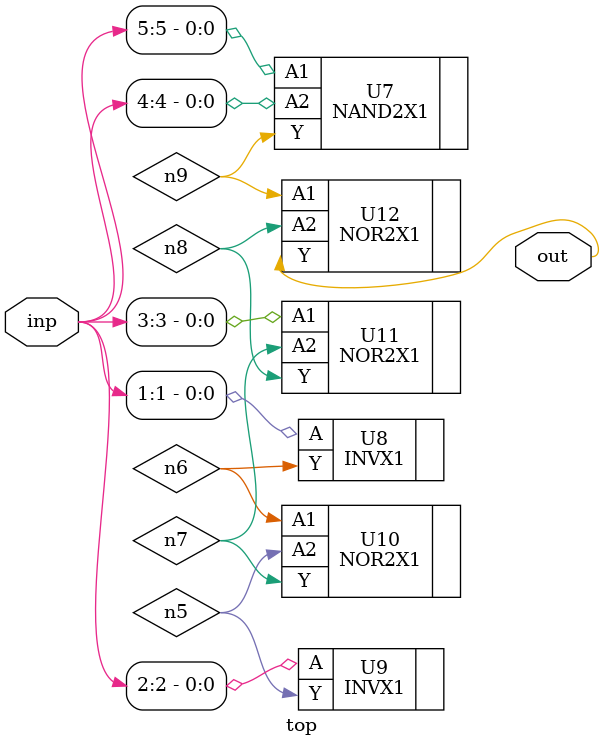
<source format=sv>


module top ( inp, out );
  input [5:0] inp;
  output out;
  wire   n5, n6, n7, n8, n9;

  NAND2X1 U7 ( .A1(inp[5]), .A2(inp[4]), .Y(n9) );
  INVX1 U8 ( .A(inp[1]), .Y(n6) );
  INVX1 U9 ( .A(inp[2]), .Y(n5) );
  NOR2X1 U10 ( .A1(n6), .A2(n5), .Y(n7) );
  NOR2X1 U11 ( .A1(inp[3]), .A2(n7), .Y(n8) );
  NOR2X1 U12 ( .A1(n9), .A2(n8), .Y(out) );
endmodule


</source>
